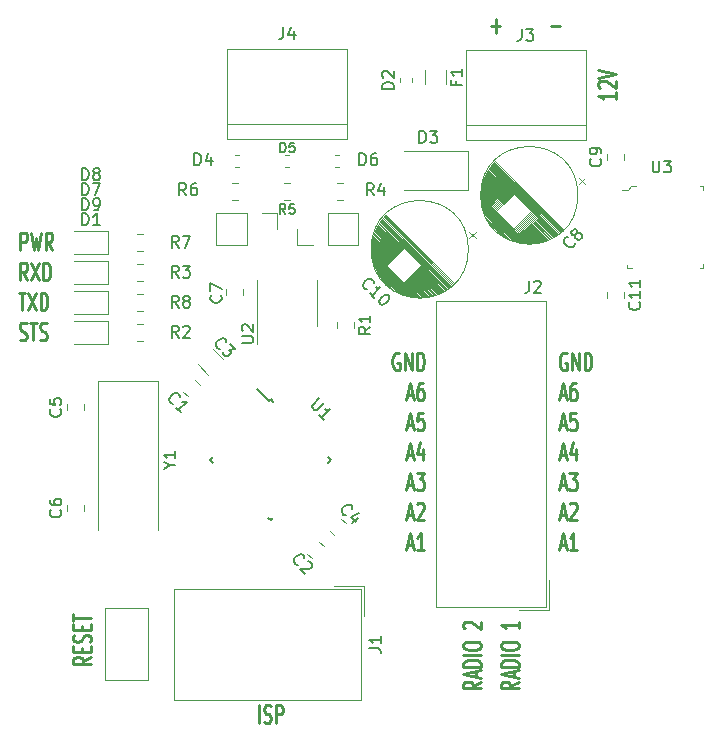
<source format=gbr>
G04 #@! TF.GenerationSoftware,KiCad,Pcbnew,5.1.5-52549c5~86~ubuntu18.04.1*
G04 #@! TF.CreationDate,2020-05-19T19:30:44+02:00*
G04 #@! TF.ProjectId,antenna_switch_comms,616e7465-6e6e-4615-9f73-77697463685f,rev?*
G04 #@! TF.SameCoordinates,Original*
G04 #@! TF.FileFunction,Legend,Top*
G04 #@! TF.FilePolarity,Positive*
%FSLAX46Y46*%
G04 Gerber Fmt 4.6, Leading zero omitted, Abs format (unit mm)*
G04 Created by KiCad (PCBNEW 5.1.5-52549c5~86~ubuntu18.04.1) date 2020-05-19 19:30:44*
%MOMM*%
%LPD*%
G04 APERTURE LIST*
%ADD10C,0.250000*%
%ADD11C,0.120000*%
%ADD12C,0.150000*%
%ADD13C,0.100000*%
G04 APERTURE END LIST*
D10*
X152316571Y-126222047D02*
X152316571Y-126793476D01*
X152316571Y-126507761D02*
X150816571Y-126507761D01*
X151030857Y-126603000D01*
X151173714Y-126698238D01*
X151245142Y-126793476D01*
X150959428Y-125841095D02*
X150888000Y-125793476D01*
X150816571Y-125698238D01*
X150816571Y-125460142D01*
X150888000Y-125364904D01*
X150959428Y-125317285D01*
X151102285Y-125269666D01*
X151245142Y-125269666D01*
X151459428Y-125317285D01*
X152316571Y-125888714D01*
X152316571Y-125269666D01*
X150816571Y-124983952D02*
X152316571Y-124650619D01*
X150816571Y-124317285D01*
X146812047Y-120630142D02*
X147573952Y-120630142D01*
X141732047Y-120630142D02*
X142493952Y-120630142D01*
X142113000Y-121201571D02*
X142113000Y-120058714D01*
X122086809Y-179621571D02*
X122086809Y-178121571D01*
X122515380Y-179550142D02*
X122658238Y-179621571D01*
X122896333Y-179621571D01*
X122991571Y-179550142D01*
X123039190Y-179478714D01*
X123086809Y-179335857D01*
X123086809Y-179193000D01*
X123039190Y-179050142D01*
X122991571Y-178978714D01*
X122896333Y-178907285D01*
X122705857Y-178835857D01*
X122610619Y-178764428D01*
X122563000Y-178693000D01*
X122515380Y-178550142D01*
X122515380Y-178407285D01*
X122563000Y-178264428D01*
X122610619Y-178193000D01*
X122705857Y-178121571D01*
X122943952Y-178121571D01*
X123086809Y-178193000D01*
X123515380Y-179621571D02*
X123515380Y-178121571D01*
X123896333Y-178121571D01*
X123991571Y-178193000D01*
X124039190Y-178264428D01*
X124086809Y-178407285D01*
X124086809Y-178621571D01*
X124039190Y-178764428D01*
X123991571Y-178835857D01*
X123896333Y-178907285D01*
X123515380Y-178907285D01*
X107866571Y-174045380D02*
X107152285Y-174378714D01*
X107866571Y-174616809D02*
X106366571Y-174616809D01*
X106366571Y-174235857D01*
X106438000Y-174140619D01*
X106509428Y-174093000D01*
X106652285Y-174045380D01*
X106866571Y-174045380D01*
X107009428Y-174093000D01*
X107080857Y-174140619D01*
X107152285Y-174235857D01*
X107152285Y-174616809D01*
X107080857Y-173616809D02*
X107080857Y-173283476D01*
X107866571Y-173140619D02*
X107866571Y-173616809D01*
X106366571Y-173616809D01*
X106366571Y-173140619D01*
X107795142Y-172759666D02*
X107866571Y-172616809D01*
X107866571Y-172378714D01*
X107795142Y-172283476D01*
X107723714Y-172235857D01*
X107580857Y-172188238D01*
X107438000Y-172188238D01*
X107295142Y-172235857D01*
X107223714Y-172283476D01*
X107152285Y-172378714D01*
X107080857Y-172569190D01*
X107009428Y-172664428D01*
X106938000Y-172712047D01*
X106795142Y-172759666D01*
X106652285Y-172759666D01*
X106509428Y-172712047D01*
X106438000Y-172664428D01*
X106366571Y-172569190D01*
X106366571Y-172331095D01*
X106438000Y-172188238D01*
X107080857Y-171759666D02*
X107080857Y-171426333D01*
X107866571Y-171283476D02*
X107866571Y-171759666D01*
X106366571Y-171759666D01*
X106366571Y-171283476D01*
X106366571Y-170997761D02*
X106366571Y-170426333D01*
X107866571Y-170712047D02*
X106366571Y-170712047D01*
X144061571Y-176136214D02*
X143347285Y-176469547D01*
X144061571Y-176707642D02*
X142561571Y-176707642D01*
X142561571Y-176326690D01*
X142633000Y-176231452D01*
X142704428Y-176183833D01*
X142847285Y-176136214D01*
X143061571Y-176136214D01*
X143204428Y-176183833D01*
X143275857Y-176231452D01*
X143347285Y-176326690D01*
X143347285Y-176707642D01*
X143633000Y-175755261D02*
X143633000Y-175279071D01*
X144061571Y-175850500D02*
X142561571Y-175517166D01*
X144061571Y-175183833D01*
X144061571Y-174850500D02*
X142561571Y-174850500D01*
X142561571Y-174612404D01*
X142633000Y-174469547D01*
X142775857Y-174374309D01*
X142918714Y-174326690D01*
X143204428Y-174279071D01*
X143418714Y-174279071D01*
X143704428Y-174326690D01*
X143847285Y-174374309D01*
X143990142Y-174469547D01*
X144061571Y-174612404D01*
X144061571Y-174850500D01*
X144061571Y-173850500D02*
X142561571Y-173850500D01*
X142561571Y-173183833D02*
X142561571Y-172993357D01*
X142633000Y-172898119D01*
X142775857Y-172802880D01*
X143061571Y-172755261D01*
X143561571Y-172755261D01*
X143847285Y-172802880D01*
X143990142Y-172898119D01*
X144061571Y-172993357D01*
X144061571Y-173183833D01*
X143990142Y-173279071D01*
X143847285Y-173374309D01*
X143561571Y-173421928D01*
X143061571Y-173421928D01*
X142775857Y-173374309D01*
X142633000Y-173279071D01*
X142561571Y-173183833D01*
X144061571Y-171040976D02*
X144061571Y-171612404D01*
X144061571Y-171326690D02*
X142561571Y-171326690D01*
X142775857Y-171421928D01*
X142918714Y-171517166D01*
X142990142Y-171612404D01*
X140886571Y-176136214D02*
X140172285Y-176469547D01*
X140886571Y-176707642D02*
X139386571Y-176707642D01*
X139386571Y-176326690D01*
X139458000Y-176231452D01*
X139529428Y-176183833D01*
X139672285Y-176136214D01*
X139886571Y-176136214D01*
X140029428Y-176183833D01*
X140100857Y-176231452D01*
X140172285Y-176326690D01*
X140172285Y-176707642D01*
X140458000Y-175755261D02*
X140458000Y-175279071D01*
X140886571Y-175850500D02*
X139386571Y-175517166D01*
X140886571Y-175183833D01*
X140886571Y-174850500D02*
X139386571Y-174850500D01*
X139386571Y-174612404D01*
X139458000Y-174469547D01*
X139600857Y-174374309D01*
X139743714Y-174326690D01*
X140029428Y-174279071D01*
X140243714Y-174279071D01*
X140529428Y-174326690D01*
X140672285Y-174374309D01*
X140815142Y-174469547D01*
X140886571Y-174612404D01*
X140886571Y-174850500D01*
X140886571Y-173850500D02*
X139386571Y-173850500D01*
X139386571Y-173183833D02*
X139386571Y-172993357D01*
X139458000Y-172898119D01*
X139600857Y-172802880D01*
X139886571Y-172755261D01*
X140386571Y-172755261D01*
X140672285Y-172802880D01*
X140815142Y-172898119D01*
X140886571Y-172993357D01*
X140886571Y-173183833D01*
X140815142Y-173279071D01*
X140672285Y-173374309D01*
X140386571Y-173421928D01*
X139886571Y-173421928D01*
X139600857Y-173374309D01*
X139458000Y-173279071D01*
X139386571Y-173183833D01*
X139529428Y-171612404D02*
X139458000Y-171564785D01*
X139386571Y-171469547D01*
X139386571Y-171231452D01*
X139458000Y-171136214D01*
X139529428Y-171088595D01*
X139672285Y-171040976D01*
X139815142Y-171040976D01*
X140029428Y-171088595D01*
X140886571Y-171660023D01*
X140886571Y-171040976D01*
X147545976Y-162048000D02*
X148022166Y-162048000D01*
X147450738Y-162476571D02*
X147784071Y-160976571D01*
X148117404Y-162476571D01*
X148403119Y-161119428D02*
X148450738Y-161048000D01*
X148545976Y-160976571D01*
X148784071Y-160976571D01*
X148879309Y-161048000D01*
X148926928Y-161119428D01*
X148974547Y-161262285D01*
X148974547Y-161405142D01*
X148926928Y-161619428D01*
X148355500Y-162476571D01*
X148974547Y-162476571D01*
X148117404Y-148348000D02*
X148022166Y-148276571D01*
X147879309Y-148276571D01*
X147736452Y-148348000D01*
X147641214Y-148490857D01*
X147593595Y-148633714D01*
X147545976Y-148919428D01*
X147545976Y-149133714D01*
X147593595Y-149419428D01*
X147641214Y-149562285D01*
X147736452Y-149705142D01*
X147879309Y-149776571D01*
X147974547Y-149776571D01*
X148117404Y-149705142D01*
X148165023Y-149633714D01*
X148165023Y-149133714D01*
X147974547Y-149133714D01*
X148593595Y-149776571D02*
X148593595Y-148276571D01*
X149165023Y-149776571D01*
X149165023Y-148276571D01*
X149641214Y-149776571D02*
X149641214Y-148276571D01*
X149879309Y-148276571D01*
X150022166Y-148348000D01*
X150117404Y-148490857D01*
X150165023Y-148633714D01*
X150212642Y-148919428D01*
X150212642Y-149133714D01*
X150165023Y-149419428D01*
X150117404Y-149562285D01*
X150022166Y-149705142D01*
X149879309Y-149776571D01*
X149641214Y-149776571D01*
X147545976Y-164588000D02*
X148022166Y-164588000D01*
X147450738Y-165016571D02*
X147784071Y-163516571D01*
X148117404Y-165016571D01*
X148974547Y-165016571D02*
X148403119Y-165016571D01*
X148688833Y-165016571D02*
X148688833Y-163516571D01*
X148593595Y-163730857D01*
X148498357Y-163873714D01*
X148403119Y-163945142D01*
X147545976Y-159508000D02*
X148022166Y-159508000D01*
X147450738Y-159936571D02*
X147784071Y-158436571D01*
X148117404Y-159936571D01*
X148355500Y-158436571D02*
X148974547Y-158436571D01*
X148641214Y-159008000D01*
X148784071Y-159008000D01*
X148879309Y-159079428D01*
X148926928Y-159150857D01*
X148974547Y-159293714D01*
X148974547Y-159650857D01*
X148926928Y-159793714D01*
X148879309Y-159865142D01*
X148784071Y-159936571D01*
X148498357Y-159936571D01*
X148403119Y-159865142D01*
X148355500Y-159793714D01*
X147545976Y-156968000D02*
X148022166Y-156968000D01*
X147450738Y-157396571D02*
X147784071Y-155896571D01*
X148117404Y-157396571D01*
X148879309Y-156396571D02*
X148879309Y-157396571D01*
X148641214Y-155825142D02*
X148403119Y-156896571D01*
X149022166Y-156896571D01*
X147545976Y-151888000D02*
X148022166Y-151888000D01*
X147450738Y-152316571D02*
X147784071Y-150816571D01*
X148117404Y-152316571D01*
X148879309Y-150816571D02*
X148688833Y-150816571D01*
X148593595Y-150888000D01*
X148545976Y-150959428D01*
X148450738Y-151173714D01*
X148403119Y-151459428D01*
X148403119Y-152030857D01*
X148450738Y-152173714D01*
X148498357Y-152245142D01*
X148593595Y-152316571D01*
X148784071Y-152316571D01*
X148879309Y-152245142D01*
X148926928Y-152173714D01*
X148974547Y-152030857D01*
X148974547Y-151673714D01*
X148926928Y-151530857D01*
X148879309Y-151459428D01*
X148784071Y-151388000D01*
X148593595Y-151388000D01*
X148498357Y-151459428D01*
X148450738Y-151530857D01*
X148403119Y-151673714D01*
X147545976Y-154428000D02*
X148022166Y-154428000D01*
X147450738Y-154856571D02*
X147784071Y-153356571D01*
X148117404Y-154856571D01*
X148926928Y-153356571D02*
X148450738Y-153356571D01*
X148403119Y-154070857D01*
X148450738Y-153999428D01*
X148545976Y-153928000D01*
X148784071Y-153928000D01*
X148879309Y-153999428D01*
X148926928Y-154070857D01*
X148974547Y-154213714D01*
X148974547Y-154570857D01*
X148926928Y-154713714D01*
X148879309Y-154785142D01*
X148784071Y-154856571D01*
X148545976Y-154856571D01*
X148450738Y-154785142D01*
X148403119Y-154713714D01*
X133949785Y-148348000D02*
X133854547Y-148276571D01*
X133711690Y-148276571D01*
X133568833Y-148348000D01*
X133473595Y-148490857D01*
X133425976Y-148633714D01*
X133378357Y-148919428D01*
X133378357Y-149133714D01*
X133425976Y-149419428D01*
X133473595Y-149562285D01*
X133568833Y-149705142D01*
X133711690Y-149776571D01*
X133806928Y-149776571D01*
X133949785Y-149705142D01*
X133997404Y-149633714D01*
X133997404Y-149133714D01*
X133806928Y-149133714D01*
X134425976Y-149776571D02*
X134425976Y-148276571D01*
X134997404Y-149776571D01*
X134997404Y-148276571D01*
X135473595Y-149776571D02*
X135473595Y-148276571D01*
X135711690Y-148276571D01*
X135854547Y-148348000D01*
X135949785Y-148490857D01*
X135997404Y-148633714D01*
X136045023Y-148919428D01*
X136045023Y-149133714D01*
X135997404Y-149419428D01*
X135949785Y-149562285D01*
X135854547Y-149705142D01*
X135711690Y-149776571D01*
X135473595Y-149776571D01*
X134616452Y-151888000D02*
X135092642Y-151888000D01*
X134521214Y-152316571D02*
X134854547Y-150816571D01*
X135187880Y-152316571D01*
X135949785Y-150816571D02*
X135759309Y-150816571D01*
X135664071Y-150888000D01*
X135616452Y-150959428D01*
X135521214Y-151173714D01*
X135473595Y-151459428D01*
X135473595Y-152030857D01*
X135521214Y-152173714D01*
X135568833Y-152245142D01*
X135664071Y-152316571D01*
X135854547Y-152316571D01*
X135949785Y-152245142D01*
X135997404Y-152173714D01*
X136045023Y-152030857D01*
X136045023Y-151673714D01*
X135997404Y-151530857D01*
X135949785Y-151459428D01*
X135854547Y-151388000D01*
X135664071Y-151388000D01*
X135568833Y-151459428D01*
X135521214Y-151530857D01*
X135473595Y-151673714D01*
X134616452Y-154428000D02*
X135092642Y-154428000D01*
X134521214Y-154856571D02*
X134854547Y-153356571D01*
X135187880Y-154856571D01*
X135997404Y-153356571D02*
X135521214Y-153356571D01*
X135473595Y-154070857D01*
X135521214Y-153999428D01*
X135616452Y-153928000D01*
X135854547Y-153928000D01*
X135949785Y-153999428D01*
X135997404Y-154070857D01*
X136045023Y-154213714D01*
X136045023Y-154570857D01*
X135997404Y-154713714D01*
X135949785Y-154785142D01*
X135854547Y-154856571D01*
X135616452Y-154856571D01*
X135521214Y-154785142D01*
X135473595Y-154713714D01*
X134616452Y-156968000D02*
X135092642Y-156968000D01*
X134521214Y-157396571D02*
X134854547Y-155896571D01*
X135187880Y-157396571D01*
X135949785Y-156396571D02*
X135949785Y-157396571D01*
X135711690Y-155825142D02*
X135473595Y-156896571D01*
X136092642Y-156896571D01*
X134616452Y-159508000D02*
X135092642Y-159508000D01*
X134521214Y-159936571D02*
X134854547Y-158436571D01*
X135187880Y-159936571D01*
X135425976Y-158436571D02*
X136045023Y-158436571D01*
X135711690Y-159008000D01*
X135854547Y-159008000D01*
X135949785Y-159079428D01*
X135997404Y-159150857D01*
X136045023Y-159293714D01*
X136045023Y-159650857D01*
X135997404Y-159793714D01*
X135949785Y-159865142D01*
X135854547Y-159936571D01*
X135568833Y-159936571D01*
X135473595Y-159865142D01*
X135425976Y-159793714D01*
X134616452Y-162048000D02*
X135092642Y-162048000D01*
X134521214Y-162476571D02*
X134854547Y-160976571D01*
X135187880Y-162476571D01*
X135473595Y-161119428D02*
X135521214Y-161048000D01*
X135616452Y-160976571D01*
X135854547Y-160976571D01*
X135949785Y-161048000D01*
X135997404Y-161119428D01*
X136045023Y-161262285D01*
X136045023Y-161405142D01*
X135997404Y-161619428D01*
X135425976Y-162476571D01*
X136045023Y-162476571D01*
X134616452Y-164588000D02*
X135092642Y-164588000D01*
X134521214Y-165016571D02*
X134854547Y-163516571D01*
X135187880Y-165016571D01*
X136045023Y-165016571D02*
X135473595Y-165016571D01*
X135759309Y-165016571D02*
X135759309Y-163516571D01*
X135664071Y-163730857D01*
X135568833Y-163873714D01*
X135473595Y-163945142D01*
X101825976Y-147165142D02*
X101968833Y-147236571D01*
X102206928Y-147236571D01*
X102302166Y-147165142D01*
X102349785Y-147093714D01*
X102397404Y-146950857D01*
X102397404Y-146808000D01*
X102349785Y-146665142D01*
X102302166Y-146593714D01*
X102206928Y-146522285D01*
X102016452Y-146450857D01*
X101921214Y-146379428D01*
X101873595Y-146308000D01*
X101825976Y-146165142D01*
X101825976Y-146022285D01*
X101873595Y-145879428D01*
X101921214Y-145808000D01*
X102016452Y-145736571D01*
X102254547Y-145736571D01*
X102397404Y-145808000D01*
X102683119Y-145736571D02*
X103254547Y-145736571D01*
X102968833Y-147236571D02*
X102968833Y-145736571D01*
X103540261Y-147165142D02*
X103683119Y-147236571D01*
X103921214Y-147236571D01*
X104016452Y-147165142D01*
X104064071Y-147093714D01*
X104111690Y-146950857D01*
X104111690Y-146808000D01*
X104064071Y-146665142D01*
X104016452Y-146593714D01*
X103921214Y-146522285D01*
X103730738Y-146450857D01*
X103635500Y-146379428D01*
X103587880Y-146308000D01*
X103540261Y-146165142D01*
X103540261Y-146022285D01*
X103587880Y-145879428D01*
X103635500Y-145808000D01*
X103730738Y-145736571D01*
X103968833Y-145736571D01*
X104111690Y-145808000D01*
X101730738Y-143196571D02*
X102302166Y-143196571D01*
X102016452Y-144696571D02*
X102016452Y-143196571D01*
X102540261Y-143196571D02*
X103206928Y-144696571D01*
X103206928Y-143196571D02*
X102540261Y-144696571D01*
X103587880Y-144696571D02*
X103587880Y-143196571D01*
X103825976Y-143196571D01*
X103968833Y-143268000D01*
X104064071Y-143410857D01*
X104111690Y-143553714D01*
X104159309Y-143839428D01*
X104159309Y-144053714D01*
X104111690Y-144339428D01*
X104064071Y-144482285D01*
X103968833Y-144625142D01*
X103825976Y-144696571D01*
X103587880Y-144696571D01*
X102445023Y-142156571D02*
X102111690Y-141442285D01*
X101873595Y-142156571D02*
X101873595Y-140656571D01*
X102254547Y-140656571D01*
X102349785Y-140728000D01*
X102397404Y-140799428D01*
X102445023Y-140942285D01*
X102445023Y-141156571D01*
X102397404Y-141299428D01*
X102349785Y-141370857D01*
X102254547Y-141442285D01*
X101873595Y-141442285D01*
X102778357Y-140656571D02*
X103445023Y-142156571D01*
X103445023Y-140656571D02*
X102778357Y-142156571D01*
X103825976Y-142156571D02*
X103825976Y-140656571D01*
X104064071Y-140656571D01*
X104206928Y-140728000D01*
X104302166Y-140870857D01*
X104349785Y-141013714D01*
X104397404Y-141299428D01*
X104397404Y-141513714D01*
X104349785Y-141799428D01*
X104302166Y-141942285D01*
X104206928Y-142085142D01*
X104064071Y-142156571D01*
X103825976Y-142156571D01*
X101873595Y-139616571D02*
X101873595Y-138116571D01*
X102254547Y-138116571D01*
X102349785Y-138188000D01*
X102397404Y-138259428D01*
X102445023Y-138402285D01*
X102445023Y-138616571D01*
X102397404Y-138759428D01*
X102349785Y-138830857D01*
X102254547Y-138902285D01*
X101873595Y-138902285D01*
X102778357Y-138116571D02*
X103016452Y-139616571D01*
X103206928Y-138545142D01*
X103397404Y-139616571D01*
X103635500Y-138116571D01*
X104587880Y-139616571D02*
X104254547Y-138902285D01*
X104016452Y-139616571D02*
X104016452Y-138116571D01*
X104397404Y-138116571D01*
X104492642Y-138188000D01*
X104540261Y-138259428D01*
X104587880Y-138402285D01*
X104587880Y-138616571D01*
X104540261Y-138759428D01*
X104492642Y-138830857D01*
X104397404Y-138902285D01*
X104016452Y-138902285D01*
D11*
X117729435Y-150131370D02*
X116877988Y-149279923D01*
X119016370Y-148844435D02*
X118164923Y-147992988D01*
X108448000Y-150653000D02*
X108448000Y-163253000D01*
X113548000Y-150653000D02*
X108448000Y-150653000D01*
X113548000Y-163253000D02*
X113548000Y-150653000D01*
X117055995Y-150976903D02*
X116686529Y-150607437D01*
X116051903Y-151980995D02*
X115682437Y-151611529D01*
X127190313Y-164286221D02*
X127559779Y-164655687D01*
X126186221Y-165290313D02*
X126555687Y-165659779D01*
X128423471Y-163717563D02*
X128054005Y-163348097D01*
X129427563Y-162713471D02*
X129058097Y-162344005D01*
X105843000Y-153169252D02*
X105843000Y-152646748D01*
X107263000Y-153169252D02*
X107263000Y-152646748D01*
X107263000Y-161146748D02*
X107263000Y-161669252D01*
X105843000Y-161146748D02*
X105843000Y-161669252D01*
X119305000Y-142858748D02*
X119305000Y-143381252D01*
X120725000Y-142858748D02*
X120725000Y-143381252D01*
X149715577Y-134032013D02*
X149149891Y-133466328D01*
X149715577Y-133466328D02*
X149149891Y-134032013D01*
X142451682Y-138210094D02*
X141697906Y-137456318D01*
X142646137Y-138347979D02*
X141560021Y-137261863D01*
X142801700Y-138446974D02*
X141461026Y-137106300D01*
X142936050Y-138524756D02*
X141383244Y-136971950D01*
X143056966Y-138589103D02*
X141318897Y-136851034D01*
X143167981Y-138643550D02*
X141264450Y-136740019D01*
X143271926Y-138690926D02*
X141217074Y-136636074D01*
X143370214Y-138732645D02*
X141175355Y-136537786D01*
X143464259Y-138770122D02*
X141137878Y-136443741D01*
X143553355Y-138802649D02*
X141105351Y-136354645D01*
X143639622Y-138832348D02*
X141075652Y-136268378D01*
X143722353Y-138858510D02*
X141049490Y-136185647D01*
X143802963Y-138882552D02*
X141025448Y-136105037D01*
X143880745Y-138903765D02*
X141004235Y-136027255D01*
X143957113Y-138923564D02*
X140984436Y-135950887D01*
X144030652Y-138940535D02*
X140967465Y-135877348D01*
X144102777Y-138956091D02*
X140951909Y-135805223D01*
X144172780Y-138969526D02*
X140938474Y-135735220D01*
X144242077Y-138982254D02*
X140925746Y-135665923D01*
X144309252Y-138992861D02*
X140915139Y-135598748D01*
X144375720Y-139002760D02*
X140905240Y-135532280D01*
X144440067Y-139010538D02*
X140897462Y-135467933D01*
X144504413Y-139018317D02*
X140889683Y-135403587D01*
X144566639Y-139023973D02*
X140884027Y-135341361D01*
X144628157Y-139028923D02*
X140879077Y-135279843D01*
X144688968Y-139033166D02*
X140874834Y-135219032D01*
X144748365Y-139035994D02*
X140872006Y-135159635D01*
X144807055Y-139038116D02*
X140869884Y-135100945D01*
X144865038Y-139039530D02*
X140868470Y-135042962D01*
X142159647Y-136277571D02*
X140867763Y-134985687D01*
X144922313Y-139040237D02*
X143630429Y-137748353D01*
X142187931Y-136249286D02*
X140867763Y-134929118D01*
X144978882Y-139040237D02*
X143658714Y-137720069D01*
X142216216Y-136221002D02*
X140869177Y-134873964D01*
X145034036Y-139038823D02*
X143686998Y-137691784D01*
X142244500Y-136192718D02*
X140870591Y-134818809D01*
X145089191Y-139037409D02*
X143715282Y-137663500D01*
X142272784Y-136164434D02*
X140873420Y-134765069D01*
X145142931Y-139034580D02*
X143743566Y-137635216D01*
X142301069Y-136136149D02*
X140876248Y-134711329D01*
X145196671Y-139031752D02*
X143771851Y-137606931D01*
X142329353Y-136107865D02*
X140879784Y-134658296D01*
X145249704Y-139028216D02*
X143800135Y-137578647D01*
X142357637Y-136079581D02*
X140884027Y-134605970D01*
X145302030Y-139023973D02*
X143828419Y-137550363D01*
X142385921Y-136051297D02*
X140889683Y-134555059D01*
X145352941Y-139018317D02*
X143856703Y-137522079D01*
X142414206Y-136023012D02*
X140894633Y-134503440D01*
X145404560Y-139013367D02*
X143884988Y-137493794D01*
X142442490Y-135994728D02*
X140900997Y-134453235D01*
X145454765Y-139007003D02*
X143913272Y-137465510D01*
X142470774Y-135966444D02*
X140908068Y-134403738D01*
X145504262Y-138999932D02*
X143941556Y-137437226D01*
X142499058Y-135938159D02*
X140915139Y-134354240D01*
X145553760Y-138992861D02*
X143969841Y-137408942D01*
X142527343Y-135909875D02*
X140922917Y-134305450D01*
X145602550Y-138985083D02*
X143998125Y-137380657D01*
X142555627Y-135881591D02*
X140930696Y-134256660D01*
X145651340Y-138977304D02*
X144026409Y-137352373D01*
X142583911Y-135853307D02*
X140939888Y-134209283D01*
X145698717Y-138968112D02*
X144054693Y-137324089D01*
X142612195Y-135825022D02*
X140949080Y-134161907D01*
X145746093Y-138958920D02*
X144082978Y-137295805D01*
X142640480Y-135796738D02*
X140958980Y-134115238D01*
X145792762Y-138949020D02*
X144111262Y-137267520D01*
X142668764Y-135768454D02*
X140968879Y-134068569D01*
X145839431Y-138939121D02*
X144139546Y-137239236D01*
X142697048Y-135740170D02*
X140979486Y-134022607D01*
X145885393Y-138928514D02*
X144167830Y-137210952D01*
X142725333Y-135711885D02*
X140990800Y-133977352D01*
X145930648Y-138917200D02*
X144196115Y-137182667D01*
X142753617Y-135683601D02*
X141002113Y-133932098D01*
X145975902Y-138905887D02*
X144224399Y-137154383D01*
X142781901Y-135655317D02*
X141014134Y-133887550D01*
X146020450Y-138893866D02*
X144252683Y-137126099D01*
X142810185Y-135627033D02*
X141026862Y-133843709D01*
X146064291Y-138881138D02*
X144280967Y-137097815D01*
X142838470Y-135598748D02*
X141039590Y-133799869D01*
X146108131Y-138868410D02*
X144309252Y-137069530D01*
X142866754Y-135570464D02*
X141052318Y-133756028D01*
X146151972Y-138855682D02*
X144337536Y-137041246D01*
X142895038Y-135542180D02*
X141065753Y-133712894D01*
X146195106Y-138842247D02*
X144365820Y-137012962D01*
X142923322Y-135513895D02*
X141079895Y-133670468D01*
X146237532Y-138828105D02*
X144394105Y-136984678D01*
X142951607Y-135485611D02*
X141094744Y-133628749D01*
X146279251Y-138813256D02*
X144422389Y-136956393D01*
X142979891Y-135457327D02*
X141108886Y-133586322D01*
X146321678Y-138799114D02*
X144450673Y-136928109D01*
X143008175Y-135429043D02*
X141124443Y-133545310D01*
X146362690Y-138783557D02*
X144478957Y-136899825D01*
X143036460Y-135400758D02*
X141139999Y-133504298D01*
X146403702Y-138768001D02*
X144507242Y-136871540D01*
X143064744Y-135372474D02*
X141155556Y-133463286D01*
X146444714Y-138752444D02*
X144535526Y-136843256D01*
X143093028Y-135344190D02*
X141171819Y-133422981D01*
X146485019Y-138736181D02*
X144563810Y-136814972D01*
X143121312Y-135315906D02*
X141188082Y-133382676D01*
X146525324Y-138719918D02*
X144592094Y-136786688D01*
X143149597Y-135287621D02*
X141205053Y-133343078D01*
X146564922Y-138702947D02*
X144620379Y-136758403D01*
X143177881Y-135259337D02*
X141222731Y-133304187D01*
X146603813Y-138685269D02*
X144648663Y-136730119D01*
X143206165Y-135231053D02*
X141239701Y-133264589D01*
X146643411Y-138668299D02*
X144676947Y-136701835D01*
X143234449Y-135202768D02*
X141258086Y-133226405D01*
X146681595Y-138649914D02*
X144705232Y-136673551D01*
X143262734Y-135174484D02*
X141275764Y-133187514D01*
X146720486Y-138632236D02*
X144733516Y-136645266D01*
X143291018Y-135146200D02*
X141294856Y-133150037D01*
X146757963Y-138613144D02*
X144761800Y-136616982D01*
X143319302Y-135117916D02*
X141313240Y-133111854D01*
X146796146Y-138594760D02*
X144790084Y-136588698D01*
X143347587Y-135089631D02*
X141333039Y-133075084D01*
X146832916Y-138574961D02*
X144818369Y-136560413D01*
X143375871Y-135061347D02*
X141352131Y-133037607D01*
X146870393Y-138555869D02*
X144846653Y-136532129D01*
X143404155Y-135033063D02*
X141371930Y-133000838D01*
X146907162Y-138536070D02*
X144874937Y-136503845D01*
X143432439Y-135004779D02*
X141392436Y-132964775D01*
X146943225Y-138515564D02*
X144903221Y-136475561D01*
X143460724Y-134976494D02*
X141412942Y-132928713D01*
X146979287Y-138495058D02*
X144931506Y-136447276D01*
X143489008Y-134948210D02*
X141433448Y-132892651D01*
X147015349Y-138474552D02*
X144959790Y-136418992D01*
X143517292Y-134919926D02*
X141454662Y-132857295D01*
X147050705Y-138453338D02*
X144988074Y-136390708D01*
X143545576Y-134891641D02*
X141475875Y-132821940D01*
X147086060Y-138432125D02*
X145016359Y-136362424D01*
X143573861Y-134863357D02*
X141497795Y-132787292D01*
X147120708Y-138410205D02*
X145044643Y-136334139D01*
X143602145Y-134835073D02*
X141519716Y-132752643D01*
X147155357Y-138388284D02*
X145072927Y-136305855D01*
X147190005Y-138366364D02*
X141541636Y-132717995D01*
X147223946Y-138343737D02*
X141564263Y-132684054D01*
X147257887Y-138321109D02*
X141586891Y-132650113D01*
X147291121Y-138297775D02*
X141610225Y-132616879D01*
X147325062Y-138273733D02*
X141634267Y-132582938D01*
X147357589Y-138249692D02*
X141658308Y-132550411D01*
X147390823Y-138226357D02*
X141681643Y-132517177D01*
X147422643Y-138201608D02*
X141706392Y-132485357D01*
X147455170Y-138177567D02*
X141730433Y-132452830D01*
X147486283Y-138152111D02*
X141755889Y-132421717D01*
X147518102Y-138127362D02*
X141780638Y-132389898D01*
X147549215Y-138101906D02*
X141806094Y-132358785D01*
X147580328Y-138076450D02*
X141831550Y-132327672D01*
X147610733Y-138050287D02*
X141857713Y-132297267D01*
X147641139Y-138024124D02*
X141883876Y-132266861D01*
X147671545Y-137997962D02*
X141910038Y-132236455D01*
X147701243Y-137971091D02*
X141936909Y-132206757D01*
X147730234Y-137943514D02*
X141964486Y-132177766D01*
X147759933Y-137916644D02*
X141991356Y-132148067D01*
X147788924Y-137889067D02*
X142018933Y-132119076D01*
X147817209Y-137860783D02*
X142047217Y-132090791D01*
X147845493Y-137832499D02*
X142075501Y-132062507D01*
X149080497Y-134947503D02*
G75*
G03X149080497Y-134947503I-4120000J0D01*
G01*
X152983000Y-131969252D02*
X152983000Y-131446748D01*
X151563000Y-131969252D02*
X151563000Y-131446748D01*
X139809497Y-139519503D02*
G75*
G03X139809497Y-139519503I-4120000J0D01*
G01*
X138574493Y-142404499D02*
X132804501Y-136634507D01*
X138546209Y-142432783D02*
X132776217Y-136662791D01*
X138517924Y-142461067D02*
X132747933Y-136691076D01*
X138488933Y-142488644D02*
X132720356Y-136720067D01*
X138459234Y-142515514D02*
X132693486Y-136749766D01*
X138430243Y-142543091D02*
X132665909Y-136778757D01*
X138400545Y-142569962D02*
X132639038Y-136808455D01*
X138370139Y-142596124D02*
X132612876Y-136838861D01*
X138339733Y-142622287D02*
X132586713Y-136869267D01*
X138309328Y-142648450D02*
X132560550Y-136899672D01*
X138278215Y-142673906D02*
X132535094Y-136930785D01*
X138247102Y-142699362D02*
X132509638Y-136961898D01*
X138215283Y-142724111D02*
X132484889Y-136993717D01*
X138184170Y-142749567D02*
X132459433Y-137024830D01*
X138151643Y-142773608D02*
X132435392Y-137057357D01*
X138119823Y-142798357D02*
X132410643Y-137089177D01*
X138086589Y-142821692D02*
X132387308Y-137122411D01*
X138054062Y-142845733D02*
X132363267Y-137154938D01*
X138020121Y-142869775D02*
X132339225Y-137188879D01*
X137986887Y-142893109D02*
X132315891Y-137222113D01*
X137952946Y-142915737D02*
X132293263Y-137256054D01*
X137919005Y-142938364D02*
X132270636Y-137289995D01*
X137884357Y-142960284D02*
X135801927Y-140877855D01*
X134331145Y-139407073D02*
X132248716Y-137324643D01*
X137849708Y-142982205D02*
X135773643Y-140906139D01*
X134302861Y-139435357D02*
X132226795Y-137359292D01*
X137815060Y-143004125D02*
X135745359Y-140934424D01*
X134274576Y-139463641D02*
X132204875Y-137393940D01*
X137779705Y-143025338D02*
X135717074Y-140962708D01*
X134246292Y-139491926D02*
X132183662Y-137429295D01*
X137744349Y-143046552D02*
X135688790Y-140990992D01*
X134218008Y-139520210D02*
X132162448Y-137464651D01*
X137708287Y-143067058D02*
X135660506Y-141019276D01*
X134189724Y-139548494D02*
X132141942Y-137500713D01*
X137672225Y-143087564D02*
X135632221Y-141047561D01*
X134161439Y-139576779D02*
X132121436Y-137536775D01*
X137636162Y-143108070D02*
X135603937Y-141075845D01*
X134133155Y-139605063D02*
X132100930Y-137572838D01*
X137599393Y-143127869D02*
X135575653Y-141104129D01*
X134104871Y-139633347D02*
X132081131Y-137609607D01*
X137561916Y-143146961D02*
X135547369Y-141132413D01*
X134076587Y-139661631D02*
X132062039Y-137647084D01*
X137525146Y-143166760D02*
X135519084Y-141160698D01*
X134048302Y-139689916D02*
X132042240Y-137683854D01*
X137486963Y-143185144D02*
X135490800Y-141188982D01*
X134020018Y-139718200D02*
X132023856Y-137722037D01*
X137449486Y-143204236D02*
X135462516Y-141217266D01*
X133991734Y-139746484D02*
X132004764Y-137759514D01*
X137410595Y-143221914D02*
X135434232Y-141245551D01*
X133963449Y-139774768D02*
X131987086Y-137798405D01*
X137372411Y-143240299D02*
X135405947Y-141273835D01*
X133935165Y-139803053D02*
X131968701Y-137836589D01*
X137332813Y-143257269D02*
X135377663Y-141302119D01*
X133906881Y-139831337D02*
X131951731Y-137876187D01*
X137293922Y-143274947D02*
X135349379Y-141330403D01*
X133878597Y-139859621D02*
X131934053Y-137915078D01*
X137254324Y-143291918D02*
X135321094Y-141358688D01*
X133850312Y-139887906D02*
X131917082Y-137954676D01*
X137214019Y-143308181D02*
X135292810Y-141386972D01*
X133822028Y-139916190D02*
X131900819Y-137994981D01*
X137173714Y-143324444D02*
X135264526Y-141415256D01*
X133793744Y-139944474D02*
X131884556Y-138035286D01*
X137132702Y-143340001D02*
X135236242Y-141443540D01*
X133765460Y-139972758D02*
X131868999Y-138076298D01*
X137091690Y-143355557D02*
X135207957Y-141471825D01*
X133737175Y-140001043D02*
X131853443Y-138117310D01*
X137050678Y-143371114D02*
X135179673Y-141500109D01*
X133708891Y-140029327D02*
X131837886Y-138158322D01*
X137008251Y-143385256D02*
X135151389Y-141528393D01*
X133680607Y-140057611D02*
X131823744Y-138200749D01*
X136966532Y-143400105D02*
X135123105Y-141556678D01*
X133652322Y-140085895D02*
X131808895Y-138242468D01*
X136924106Y-143414247D02*
X135094820Y-141584962D01*
X133624038Y-140114180D02*
X131794753Y-138284894D01*
X136880972Y-143427682D02*
X135066536Y-141613246D01*
X133595754Y-140142464D02*
X131781318Y-138328028D01*
X136837131Y-143440410D02*
X135038252Y-141641530D01*
X133567470Y-140170748D02*
X131768590Y-138371869D01*
X136793291Y-143453138D02*
X135009967Y-141669815D01*
X133539185Y-140199033D02*
X131755862Y-138415709D01*
X136749450Y-143465866D02*
X134981683Y-141698099D01*
X133510901Y-140227317D02*
X131743134Y-138459550D01*
X136704902Y-143477887D02*
X134953399Y-141726383D01*
X133482617Y-140255601D02*
X131731113Y-138504098D01*
X136659648Y-143489200D02*
X134925115Y-141754667D01*
X133454333Y-140283885D02*
X131719800Y-138549352D01*
X136614393Y-143500514D02*
X134896830Y-141782952D01*
X133426048Y-140312170D02*
X131708486Y-138594607D01*
X136568431Y-143511121D02*
X134868546Y-141811236D01*
X133397764Y-140340454D02*
X131697879Y-138640569D01*
X136521762Y-143521020D02*
X134840262Y-141839520D01*
X133369480Y-140368738D02*
X131687980Y-138687238D01*
X136475093Y-143530920D02*
X134811978Y-141867805D01*
X133341195Y-140397022D02*
X131678080Y-138733907D01*
X136427717Y-143540112D02*
X134783693Y-141896089D01*
X133312911Y-140425307D02*
X131668888Y-138781283D01*
X136380340Y-143549304D02*
X134755409Y-141924373D01*
X133284627Y-140453591D02*
X131659696Y-138828660D01*
X136331550Y-143557083D02*
X134727125Y-141952657D01*
X133256343Y-140481875D02*
X131651917Y-138877450D01*
X136282760Y-143564861D02*
X134698841Y-141980942D01*
X133228058Y-140510159D02*
X131644139Y-138926240D01*
X136233262Y-143571932D02*
X134670556Y-142009226D01*
X133199774Y-140538444D02*
X131637068Y-138975738D01*
X136183765Y-143579003D02*
X134642272Y-142037510D01*
X133171490Y-140566728D02*
X131629997Y-139025235D01*
X136133560Y-143585367D02*
X134613988Y-142065794D01*
X133143206Y-140595012D02*
X131623633Y-139075440D01*
X136081941Y-143590317D02*
X134585703Y-142094079D01*
X133114921Y-140623297D02*
X131618683Y-139127059D01*
X136031030Y-143595973D02*
X134557419Y-142122363D01*
X133086637Y-140651581D02*
X131613027Y-139177970D01*
X135978704Y-143600216D02*
X134529135Y-142150647D01*
X133058353Y-140679865D02*
X131608784Y-139230296D01*
X135925671Y-143603752D02*
X134500851Y-142178931D01*
X133030069Y-140708149D02*
X131605248Y-139283329D01*
X135871931Y-143606580D02*
X134472566Y-142207216D01*
X133001784Y-140736434D02*
X131602420Y-139337069D01*
X135818191Y-143609409D02*
X134444282Y-142235500D01*
X132973500Y-140764718D02*
X131599591Y-139390809D01*
X135763036Y-143610823D02*
X134415998Y-142263784D01*
X132945216Y-140793002D02*
X131598177Y-139445964D01*
X135707882Y-143612237D02*
X134387714Y-142292069D01*
X132916931Y-140821286D02*
X131596763Y-139501118D01*
X135651313Y-143612237D02*
X134359429Y-142320353D01*
X132888647Y-140849571D02*
X131596763Y-139557687D01*
X135594038Y-143611530D02*
X131597470Y-139614962D01*
X135536055Y-143610116D02*
X131598884Y-139672945D01*
X135477365Y-143607994D02*
X131601006Y-139731635D01*
X135417968Y-143605166D02*
X131603834Y-139791032D01*
X135357157Y-143600923D02*
X131608077Y-139851843D01*
X135295639Y-143595973D02*
X131613027Y-139913361D01*
X135233413Y-143590317D02*
X131618683Y-139975587D01*
X135169067Y-143582538D02*
X131626462Y-140039933D01*
X135104720Y-143574760D02*
X131634240Y-140104280D01*
X135038252Y-143564861D02*
X131644139Y-140170748D01*
X134971077Y-143554254D02*
X131654746Y-140237923D01*
X134901780Y-143541526D02*
X131667474Y-140307220D01*
X134831777Y-143528091D02*
X131680909Y-140377223D01*
X134759652Y-143512535D02*
X131696465Y-140449348D01*
X134686113Y-143495564D02*
X131713436Y-140522887D01*
X134609745Y-143475765D02*
X131733235Y-140599255D01*
X134531963Y-143454552D02*
X131754448Y-140677037D01*
X134451353Y-143430510D02*
X131778490Y-140757647D01*
X134368622Y-143404348D02*
X131804652Y-140840378D01*
X134282355Y-143374649D02*
X131834351Y-140926645D01*
X134193259Y-143342122D02*
X131866878Y-141015741D01*
X134099214Y-143304645D02*
X131904355Y-141109786D01*
X134000926Y-143262926D02*
X131946074Y-141208074D01*
X133896981Y-143215550D02*
X131993450Y-141312019D01*
X133785966Y-143161103D02*
X132047897Y-141423034D01*
X133665050Y-143096756D02*
X132112244Y-141543950D01*
X133530700Y-143018974D02*
X132190026Y-141678300D01*
X133375137Y-142919979D02*
X132289021Y-141833863D01*
X133180682Y-142782094D02*
X132426906Y-142028318D01*
X140444577Y-138038328D02*
X139878891Y-138604013D01*
X140444577Y-138604013D02*
X139878891Y-138038328D01*
X151563000Y-143121748D02*
X151563000Y-143644252D01*
X152983000Y-143121748D02*
X152983000Y-143644252D01*
X106433000Y-147518000D02*
X109293000Y-147518000D01*
X109293000Y-147518000D02*
X109293000Y-145598000D01*
X109293000Y-145598000D02*
X106433000Y-145598000D01*
X133983000Y-125379267D02*
X133983000Y-125036733D01*
X135003000Y-125379267D02*
X135003000Y-125036733D01*
X139798000Y-134492000D02*
X139798000Y-131192000D01*
X139798000Y-131192000D02*
X134398000Y-131192000D01*
X139798000Y-134492000D02*
X134398000Y-134492000D01*
X120083733Y-131570000D02*
X120426267Y-131570000D01*
X120083733Y-132590000D02*
X120426267Y-132590000D01*
X124302733Y-132590000D02*
X124645267Y-132590000D01*
X124302733Y-131570000D02*
X124645267Y-131570000D01*
X128493733Y-132590000D02*
X128836267Y-132590000D01*
X128493733Y-131570000D02*
X128836267Y-131570000D01*
X106433000Y-142438000D02*
X109293000Y-142438000D01*
X109293000Y-142438000D02*
X109293000Y-140518000D01*
X109293000Y-140518000D02*
X106433000Y-140518000D01*
X109311000Y-137978000D02*
X106451000Y-137978000D01*
X109311000Y-139898000D02*
X109311000Y-137978000D01*
X106451000Y-139898000D02*
X109311000Y-139898000D01*
X109293000Y-143058000D02*
X106433000Y-143058000D01*
X109293000Y-144978000D02*
X109293000Y-143058000D01*
X106433000Y-144978000D02*
X109293000Y-144978000D01*
X137943000Y-124365936D02*
X137943000Y-125570064D01*
X136123000Y-124365936D02*
X136123000Y-125570064D01*
X130699000Y-177649000D02*
X114919000Y-177649000D01*
X114919000Y-177649000D02*
X114919000Y-168299000D01*
X114919000Y-168299000D02*
X130699000Y-168299000D01*
X130699000Y-168299000D02*
X130699000Y-177649000D01*
X130949000Y-168049000D02*
X128409000Y-168049000D01*
X130949000Y-168049000D02*
X130949000Y-170589000D01*
X137057000Y-169815000D02*
X137057000Y-143875000D01*
X137057000Y-143875000D02*
X146407000Y-143875000D01*
X146407000Y-143875000D02*
X146407000Y-169815000D01*
X146407000Y-169815000D02*
X137057000Y-169815000D01*
X146657000Y-170065000D02*
X146657000Y-167525000D01*
X146657000Y-170065000D02*
X144117000Y-170065000D01*
X149733000Y-129032000D02*
X139573000Y-129032000D01*
X149733000Y-130302000D02*
X149733000Y-122682000D01*
X149733000Y-122682000D02*
X139573000Y-122682000D01*
X139573000Y-122682000D02*
X139573000Y-130302000D01*
X139573000Y-130302000D02*
X149733000Y-130302000D01*
X119380000Y-130175000D02*
X129540000Y-130175000D01*
X119380000Y-122555000D02*
X119380000Y-130175000D01*
X129540000Y-122555000D02*
X119380000Y-122555000D01*
X129540000Y-130175000D02*
X129540000Y-122555000D01*
X129540000Y-128905000D02*
X119380000Y-128905000D01*
X125289000Y-139125000D02*
X125289000Y-137795000D01*
X126619000Y-139125000D02*
X125289000Y-139125000D01*
X127889000Y-139125000D02*
X127889000Y-136465000D01*
X127889000Y-136465000D02*
X130489000Y-136465000D01*
X127889000Y-139125000D02*
X130489000Y-139125000D01*
X130489000Y-139125000D02*
X130489000Y-136465000D01*
X118431000Y-136465000D02*
X118431000Y-139125000D01*
X121031000Y-136465000D02*
X118431000Y-136465000D01*
X121031000Y-139125000D02*
X118431000Y-139125000D01*
X121031000Y-136465000D02*
X121031000Y-139125000D01*
X122301000Y-136465000D02*
X123631000Y-136465000D01*
X123631000Y-136465000D02*
X123631000Y-137795000D01*
X128703000Y-145661748D02*
X128703000Y-146184252D01*
X130123000Y-145661748D02*
X130123000Y-146184252D01*
X111761748Y-145848000D02*
X112284252Y-145848000D01*
X111761748Y-147268000D02*
X112284252Y-147268000D01*
X111761748Y-142188000D02*
X112284252Y-142188000D01*
X111761748Y-140768000D02*
X112284252Y-140768000D01*
X129175252Y-133910000D02*
X128652748Y-133910000D01*
X129175252Y-135330000D02*
X128652748Y-135330000D01*
X124712252Y-135330000D02*
X124189748Y-135330000D01*
X124712252Y-133910000D02*
X124189748Y-133910000D01*
X120276252Y-135330000D02*
X119753748Y-135330000D01*
X120276252Y-133910000D02*
X119753748Y-133910000D01*
X111743748Y-139648000D02*
X112266252Y-139648000D01*
X111743748Y-138228000D02*
X112266252Y-138228000D01*
X111761748Y-143308000D02*
X112284252Y-143308000D01*
X111761748Y-144728000D02*
X112284252Y-144728000D01*
X109021000Y-176034000D02*
X109021000Y-169914000D01*
X109021000Y-169914000D02*
X112721000Y-169914000D01*
X112721000Y-169914000D02*
X112721000Y-176034000D01*
X112721000Y-176034000D02*
X109021000Y-176034000D01*
D12*
X123063000Y-152226476D02*
X122903901Y-152385575D01*
X128189524Y-157353000D02*
X127959714Y-157582810D01*
X123063000Y-162479524D02*
X123292810Y-162249714D01*
X117936476Y-157353000D02*
X118166286Y-157123190D01*
X123063000Y-152226476D02*
X123292810Y-152456286D01*
X117936476Y-157353000D02*
X118166286Y-157582810D01*
X123063000Y-162479524D02*
X122833190Y-162249714D01*
X128189524Y-157353000D02*
X127959714Y-157123190D01*
X122903901Y-152385575D02*
X121896274Y-151377948D01*
D11*
X127020000Y-144080000D02*
X127020000Y-142130000D01*
X127020000Y-144080000D02*
X127020000Y-146030000D01*
X121900000Y-144080000D02*
X121900000Y-142130000D01*
X121900000Y-144080000D02*
X121900000Y-147530000D01*
D13*
X153298000Y-134508000D02*
X152798000Y-134508000D01*
X159678000Y-134498000D02*
X159678000Y-134198000D01*
X159678000Y-134198000D02*
X159378000Y-134198000D01*
X153978000Y-134198000D02*
X153598000Y-134198000D01*
X153598000Y-134198000D02*
X153298000Y-134508000D01*
X153658000Y-141138000D02*
X153258000Y-141138000D01*
X153258000Y-141138000D02*
X153258000Y-140838000D01*
X159378000Y-141138000D02*
X159678000Y-141138000D01*
X159678000Y-141138000D02*
X159678000Y-140738000D01*
D12*
X118755610Y-147962687D02*
X118688267Y-147962687D01*
X118553580Y-147895343D01*
X118486236Y-147828000D01*
X118418893Y-147693312D01*
X118418893Y-147558625D01*
X118452564Y-147457610D01*
X118553580Y-147289251D01*
X118654595Y-147188236D01*
X118822954Y-147087221D01*
X118923969Y-147053549D01*
X119058656Y-147053549D01*
X119193343Y-147120893D01*
X119260687Y-147188236D01*
X119328030Y-147322923D01*
X119328030Y-147390267D01*
X119631076Y-147558625D02*
X120068809Y-147996358D01*
X119563732Y-148030030D01*
X119664748Y-148131045D01*
X119698419Y-148232061D01*
X119698419Y-148299404D01*
X119664748Y-148400419D01*
X119496389Y-148568778D01*
X119395374Y-148602450D01*
X119328030Y-148602450D01*
X119227015Y-148568778D01*
X119024984Y-148366748D01*
X118991312Y-148265732D01*
X118991312Y-148198389D01*
X114524190Y-157829190D02*
X115000380Y-157829190D01*
X114000380Y-158162523D02*
X114524190Y-157829190D01*
X114000380Y-157495857D01*
X115000380Y-156638714D02*
X115000380Y-157210142D01*
X115000380Y-156924428D02*
X114000380Y-156924428D01*
X114143238Y-157019666D01*
X114238476Y-157114904D01*
X114286095Y-157210142D01*
X114832100Y-152595629D02*
X114764757Y-152595629D01*
X114630070Y-152528285D01*
X114562726Y-152460942D01*
X114495383Y-152326254D01*
X114495383Y-152191567D01*
X114529054Y-152090552D01*
X114630070Y-151922193D01*
X114731085Y-151821178D01*
X114899444Y-151720163D01*
X115000459Y-151686491D01*
X115135146Y-151686491D01*
X115269833Y-151753835D01*
X115337177Y-151821178D01*
X115404520Y-151955865D01*
X115404520Y-152023209D01*
X115438192Y-153336407D02*
X115034131Y-152932346D01*
X115236161Y-153134377D02*
X115943268Y-152427270D01*
X115774909Y-152460942D01*
X115640222Y-152460942D01*
X115539207Y-152427270D01*
X125359610Y-166250687D02*
X125292267Y-166250687D01*
X125157580Y-166183343D01*
X125090236Y-166116000D01*
X125022893Y-165981312D01*
X125022893Y-165846625D01*
X125056564Y-165745610D01*
X125157580Y-165577251D01*
X125258595Y-165476236D01*
X125426954Y-165375221D01*
X125527969Y-165341549D01*
X125662656Y-165341549D01*
X125797343Y-165408893D01*
X125864687Y-165476236D01*
X125932030Y-165610923D01*
X125932030Y-165678267D01*
X126201404Y-165947641D02*
X126268748Y-165947641D01*
X126369763Y-165981312D01*
X126538122Y-166149671D01*
X126571793Y-166250687D01*
X126571793Y-166318030D01*
X126538122Y-166419045D01*
X126470778Y-166486389D01*
X126336091Y-166553732D01*
X125527969Y-166553732D01*
X125965702Y-166991465D01*
X129423610Y-162059687D02*
X129356267Y-162059687D01*
X129221580Y-161992343D01*
X129154236Y-161925000D01*
X129086893Y-161790312D01*
X129086893Y-161655625D01*
X129120564Y-161554610D01*
X129221580Y-161386251D01*
X129322595Y-161285236D01*
X129490954Y-161184221D01*
X129591969Y-161150549D01*
X129726656Y-161150549D01*
X129861343Y-161217893D01*
X129928687Y-161285236D01*
X129996030Y-161419923D01*
X129996030Y-161487267D01*
X130433763Y-162261717D02*
X129962358Y-162733122D01*
X130534778Y-161823984D02*
X129861343Y-162160702D01*
X130299076Y-162598435D01*
X105260142Y-153074666D02*
X105307761Y-153122285D01*
X105355380Y-153265142D01*
X105355380Y-153360380D01*
X105307761Y-153503238D01*
X105212523Y-153598476D01*
X105117285Y-153646095D01*
X104926809Y-153693714D01*
X104783952Y-153693714D01*
X104593476Y-153646095D01*
X104498238Y-153598476D01*
X104403000Y-153503238D01*
X104355380Y-153360380D01*
X104355380Y-153265142D01*
X104403000Y-153122285D01*
X104450619Y-153074666D01*
X104355380Y-152169904D02*
X104355380Y-152646095D01*
X104831571Y-152693714D01*
X104783952Y-152646095D01*
X104736333Y-152550857D01*
X104736333Y-152312761D01*
X104783952Y-152217523D01*
X104831571Y-152169904D01*
X104926809Y-152122285D01*
X105164904Y-152122285D01*
X105260142Y-152169904D01*
X105307761Y-152217523D01*
X105355380Y-152312761D01*
X105355380Y-152550857D01*
X105307761Y-152646095D01*
X105260142Y-152693714D01*
X105259142Y-161583666D02*
X105306761Y-161631285D01*
X105354380Y-161774142D01*
X105354380Y-161869380D01*
X105306761Y-162012238D01*
X105211523Y-162107476D01*
X105116285Y-162155095D01*
X104925809Y-162202714D01*
X104782952Y-162202714D01*
X104592476Y-162155095D01*
X104497238Y-162107476D01*
X104402000Y-162012238D01*
X104354380Y-161869380D01*
X104354380Y-161774142D01*
X104402000Y-161631285D01*
X104449619Y-161583666D01*
X104354380Y-160726523D02*
X104354380Y-160917000D01*
X104402000Y-161012238D01*
X104449619Y-161059857D01*
X104592476Y-161155095D01*
X104782952Y-161202714D01*
X105163904Y-161202714D01*
X105259142Y-161155095D01*
X105306761Y-161107476D01*
X105354380Y-161012238D01*
X105354380Y-160821761D01*
X105306761Y-160726523D01*
X105259142Y-160678904D01*
X105163904Y-160631285D01*
X104925809Y-160631285D01*
X104830571Y-160678904D01*
X104782952Y-160726523D01*
X104735333Y-160821761D01*
X104735333Y-161012238D01*
X104782952Y-161107476D01*
X104830571Y-161155095D01*
X104925809Y-161202714D01*
X118848142Y-143422666D02*
X118895761Y-143470285D01*
X118943380Y-143613142D01*
X118943380Y-143708380D01*
X118895761Y-143851238D01*
X118800523Y-143946476D01*
X118705285Y-143994095D01*
X118514809Y-144041714D01*
X118371952Y-144041714D01*
X118181476Y-143994095D01*
X118086238Y-143946476D01*
X117991000Y-143851238D01*
X117943380Y-143708380D01*
X117943380Y-143613142D01*
X117991000Y-143470285D01*
X118038619Y-143422666D01*
X117943380Y-143089333D02*
X117943380Y-142422666D01*
X118943380Y-142851238D01*
X148807495Y-139030202D02*
X148807495Y-139097545D01*
X148740151Y-139232232D01*
X148672808Y-139299576D01*
X148538120Y-139366919D01*
X148403433Y-139366919D01*
X148302418Y-139333248D01*
X148134059Y-139232232D01*
X148033044Y-139131217D01*
X147932029Y-138962858D01*
X147898357Y-138861843D01*
X147898357Y-138727156D01*
X147965701Y-138592469D01*
X148033044Y-138525125D01*
X148167731Y-138457782D01*
X148235075Y-138457782D01*
X148874838Y-138289423D02*
X148773823Y-138323095D01*
X148706479Y-138323095D01*
X148605464Y-138289423D01*
X148571792Y-138255751D01*
X148538120Y-138154736D01*
X148538120Y-138087393D01*
X148571792Y-137986377D01*
X148706479Y-137851690D01*
X148807495Y-137818019D01*
X148874838Y-137818019D01*
X148975853Y-137851690D01*
X149009525Y-137885362D01*
X149043197Y-137986377D01*
X149043197Y-138053721D01*
X149009525Y-138154736D01*
X148874838Y-138289423D01*
X148841166Y-138390438D01*
X148841166Y-138457782D01*
X148874838Y-138558797D01*
X149009525Y-138693484D01*
X149110540Y-138727156D01*
X149177884Y-138727156D01*
X149278899Y-138693484D01*
X149413586Y-138558797D01*
X149447258Y-138457782D01*
X149447258Y-138390438D01*
X149413586Y-138289423D01*
X149278899Y-138154736D01*
X149177884Y-138121064D01*
X149110540Y-138121064D01*
X149009525Y-138154736D01*
X150980142Y-131874666D02*
X151027761Y-131922285D01*
X151075380Y-132065142D01*
X151075380Y-132160380D01*
X151027761Y-132303238D01*
X150932523Y-132398476D01*
X150837285Y-132446095D01*
X150646809Y-132493714D01*
X150503952Y-132493714D01*
X150313476Y-132446095D01*
X150218238Y-132398476D01*
X150123000Y-132303238D01*
X150075380Y-132160380D01*
X150075380Y-132065142D01*
X150123000Y-131922285D01*
X150170619Y-131874666D01*
X151075380Y-131398476D02*
X151075380Y-131208000D01*
X151027761Y-131112761D01*
X150980142Y-131065142D01*
X150837285Y-130969904D01*
X150646809Y-130922285D01*
X150265857Y-130922285D01*
X150170619Y-130969904D01*
X150123000Y-131017523D01*
X150075380Y-131112761D01*
X150075380Y-131303238D01*
X150123000Y-131398476D01*
X150170619Y-131446095D01*
X150265857Y-131493714D01*
X150503952Y-131493714D01*
X150599190Y-131446095D01*
X150646809Y-131398476D01*
X150694428Y-131303238D01*
X150694428Y-131112761D01*
X150646809Y-131017523D01*
X150599190Y-130969904D01*
X150503952Y-130922285D01*
X131245893Y-142926968D02*
X131178549Y-142926968D01*
X131043862Y-142859624D01*
X130976519Y-142792281D01*
X130909175Y-142657594D01*
X130909175Y-142522907D01*
X130942847Y-142421892D01*
X131043862Y-142253533D01*
X131144877Y-142152518D01*
X131313236Y-142051502D01*
X131414251Y-142017831D01*
X131548938Y-142017831D01*
X131683625Y-142085174D01*
X131750969Y-142152518D01*
X131818312Y-142287205D01*
X131818312Y-142354548D01*
X131851984Y-143667747D02*
X131447923Y-143263686D01*
X131649954Y-143465716D02*
X132357061Y-142758609D01*
X132188702Y-142792281D01*
X132054015Y-142792281D01*
X131953000Y-142758609D01*
X132996824Y-143398373D02*
X133064167Y-143465716D01*
X133097839Y-143566731D01*
X133097839Y-143634075D01*
X133064167Y-143735090D01*
X132963152Y-143903449D01*
X132794793Y-144071808D01*
X132626435Y-144172823D01*
X132525419Y-144206495D01*
X132458076Y-144206495D01*
X132357061Y-144172823D01*
X132289717Y-144105479D01*
X132256045Y-144004464D01*
X132256045Y-143937121D01*
X132289717Y-143836105D01*
X132390732Y-143667747D01*
X132559091Y-143499388D01*
X132727450Y-143398373D01*
X132828465Y-143364701D01*
X132895809Y-143364701D01*
X132996824Y-143398373D01*
X154280142Y-144025857D02*
X154327761Y-144073476D01*
X154375380Y-144216333D01*
X154375380Y-144311571D01*
X154327761Y-144454428D01*
X154232523Y-144549666D01*
X154137285Y-144597285D01*
X153946809Y-144644904D01*
X153803952Y-144644904D01*
X153613476Y-144597285D01*
X153518238Y-144549666D01*
X153423000Y-144454428D01*
X153375380Y-144311571D01*
X153375380Y-144216333D01*
X153423000Y-144073476D01*
X153470619Y-144025857D01*
X154375380Y-143073476D02*
X154375380Y-143644904D01*
X154375380Y-143359190D02*
X153375380Y-143359190D01*
X153518238Y-143454428D01*
X153613476Y-143549666D01*
X153661095Y-143644904D01*
X154375380Y-142121095D02*
X154375380Y-142692523D01*
X154375380Y-142406809D02*
X153375380Y-142406809D01*
X153518238Y-142502047D01*
X153613476Y-142597285D01*
X153661095Y-142692523D01*
X107084904Y-137485380D02*
X107084904Y-136485380D01*
X107323000Y-136485380D01*
X107465857Y-136533000D01*
X107561095Y-136628238D01*
X107608714Y-136723476D01*
X107656333Y-136913952D01*
X107656333Y-137056809D01*
X107608714Y-137247285D01*
X107561095Y-137342523D01*
X107465857Y-137437761D01*
X107323000Y-137485380D01*
X107084904Y-137485380D01*
X108608714Y-137485380D02*
X108037285Y-137485380D01*
X108323000Y-137485380D02*
X108323000Y-136485380D01*
X108227761Y-136628238D01*
X108132523Y-136723476D01*
X108037285Y-136771095D01*
X133515380Y-125946095D02*
X132515380Y-125946095D01*
X132515380Y-125708000D01*
X132563000Y-125565142D01*
X132658238Y-125469904D01*
X132753476Y-125422285D01*
X132943952Y-125374666D01*
X133086809Y-125374666D01*
X133277285Y-125422285D01*
X133372523Y-125469904D01*
X133467761Y-125565142D01*
X133515380Y-125708000D01*
X133515380Y-125946095D01*
X132610619Y-124993714D02*
X132563000Y-124946095D01*
X132515380Y-124850857D01*
X132515380Y-124612761D01*
X132563000Y-124517523D01*
X132610619Y-124469904D01*
X132705857Y-124422285D01*
X132801095Y-124422285D01*
X132943952Y-124469904D01*
X133515380Y-125041333D01*
X133515380Y-124422285D01*
X135659904Y-130500380D02*
X135659904Y-129500380D01*
X135898000Y-129500380D01*
X136040857Y-129548000D01*
X136136095Y-129643238D01*
X136183714Y-129738476D01*
X136231333Y-129928952D01*
X136231333Y-130071809D01*
X136183714Y-130262285D01*
X136136095Y-130357523D01*
X136040857Y-130452761D01*
X135898000Y-130500380D01*
X135659904Y-130500380D01*
X136564666Y-129500380D02*
X137183714Y-129500380D01*
X136850380Y-129881333D01*
X136993238Y-129881333D01*
X137088476Y-129928952D01*
X137136095Y-129976571D01*
X137183714Y-130071809D01*
X137183714Y-130309904D01*
X137136095Y-130405142D01*
X137088476Y-130452761D01*
X136993238Y-130500380D01*
X136707523Y-130500380D01*
X136612285Y-130452761D01*
X136564666Y-130405142D01*
X116609904Y-132405380D02*
X116609904Y-131405380D01*
X116848000Y-131405380D01*
X116990857Y-131453000D01*
X117086095Y-131548238D01*
X117133714Y-131643476D01*
X117181333Y-131833952D01*
X117181333Y-131976809D01*
X117133714Y-132167285D01*
X117086095Y-132262523D01*
X116990857Y-132357761D01*
X116848000Y-132405380D01*
X116609904Y-132405380D01*
X118038476Y-131738714D02*
X118038476Y-132405380D01*
X117800380Y-131357761D02*
X117562285Y-132072047D01*
X118181333Y-132072047D01*
X123868761Y-131307952D02*
X123868761Y-130487952D01*
X124064000Y-130487952D01*
X124181142Y-130527000D01*
X124259238Y-130605095D01*
X124298285Y-130683190D01*
X124337333Y-130839380D01*
X124337333Y-130956523D01*
X124298285Y-131112714D01*
X124259238Y-131190809D01*
X124181142Y-131268904D01*
X124064000Y-131307952D01*
X123868761Y-131307952D01*
X125079238Y-130487952D02*
X124688761Y-130487952D01*
X124649714Y-130878428D01*
X124688761Y-130839380D01*
X124766857Y-130800333D01*
X124962095Y-130800333D01*
X125040190Y-130839380D01*
X125079238Y-130878428D01*
X125118285Y-130956523D01*
X125118285Y-131151761D01*
X125079238Y-131229857D01*
X125040190Y-131268904D01*
X124962095Y-131307952D01*
X124766857Y-131307952D01*
X124688761Y-131268904D01*
X124649714Y-131229857D01*
X130579904Y-132405380D02*
X130579904Y-131405380D01*
X130818000Y-131405380D01*
X130960857Y-131453000D01*
X131056095Y-131548238D01*
X131103714Y-131643476D01*
X131151333Y-131833952D01*
X131151333Y-131976809D01*
X131103714Y-132167285D01*
X131056095Y-132262523D01*
X130960857Y-132357761D01*
X130818000Y-132405380D01*
X130579904Y-132405380D01*
X132008476Y-131405380D02*
X131818000Y-131405380D01*
X131722761Y-131453000D01*
X131675142Y-131500619D01*
X131579904Y-131643476D01*
X131532285Y-131833952D01*
X131532285Y-132214904D01*
X131579904Y-132310142D01*
X131627523Y-132357761D01*
X131722761Y-132405380D01*
X131913238Y-132405380D01*
X132008476Y-132357761D01*
X132056095Y-132310142D01*
X132103714Y-132214904D01*
X132103714Y-131976809D01*
X132056095Y-131881571D01*
X132008476Y-131833952D01*
X131913238Y-131786333D01*
X131722761Y-131786333D01*
X131627523Y-131833952D01*
X131579904Y-131881571D01*
X131532285Y-131976809D01*
X107084904Y-134945380D02*
X107084904Y-133945380D01*
X107323000Y-133945380D01*
X107465857Y-133993000D01*
X107561095Y-134088238D01*
X107608714Y-134183476D01*
X107656333Y-134373952D01*
X107656333Y-134516809D01*
X107608714Y-134707285D01*
X107561095Y-134802523D01*
X107465857Y-134897761D01*
X107323000Y-134945380D01*
X107084904Y-134945380D01*
X107989666Y-133945380D02*
X108656333Y-133945380D01*
X108227761Y-134945380D01*
X107084904Y-133675380D02*
X107084904Y-132675380D01*
X107323000Y-132675380D01*
X107465857Y-132723000D01*
X107561095Y-132818238D01*
X107608714Y-132913476D01*
X107656333Y-133103952D01*
X107656333Y-133246809D01*
X107608714Y-133437285D01*
X107561095Y-133532523D01*
X107465857Y-133627761D01*
X107323000Y-133675380D01*
X107084904Y-133675380D01*
X108227761Y-133103952D02*
X108132523Y-133056333D01*
X108084904Y-133008714D01*
X108037285Y-132913476D01*
X108037285Y-132865857D01*
X108084904Y-132770619D01*
X108132523Y-132723000D01*
X108227761Y-132675380D01*
X108418238Y-132675380D01*
X108513476Y-132723000D01*
X108561095Y-132770619D01*
X108608714Y-132865857D01*
X108608714Y-132913476D01*
X108561095Y-133008714D01*
X108513476Y-133056333D01*
X108418238Y-133103952D01*
X108227761Y-133103952D01*
X108132523Y-133151571D01*
X108084904Y-133199190D01*
X108037285Y-133294428D01*
X108037285Y-133484904D01*
X108084904Y-133580142D01*
X108132523Y-133627761D01*
X108227761Y-133675380D01*
X108418238Y-133675380D01*
X108513476Y-133627761D01*
X108561095Y-133580142D01*
X108608714Y-133484904D01*
X108608714Y-133294428D01*
X108561095Y-133199190D01*
X108513476Y-133151571D01*
X108418238Y-133103952D01*
X107084904Y-136215380D02*
X107084904Y-135215380D01*
X107323000Y-135215380D01*
X107465857Y-135263000D01*
X107561095Y-135358238D01*
X107608714Y-135453476D01*
X107656333Y-135643952D01*
X107656333Y-135786809D01*
X107608714Y-135977285D01*
X107561095Y-136072523D01*
X107465857Y-136167761D01*
X107323000Y-136215380D01*
X107084904Y-136215380D01*
X108132523Y-136215380D02*
X108323000Y-136215380D01*
X108418238Y-136167761D01*
X108465857Y-136120142D01*
X108561095Y-135977285D01*
X108608714Y-135786809D01*
X108608714Y-135405857D01*
X108561095Y-135310619D01*
X108513476Y-135263000D01*
X108418238Y-135215380D01*
X108227761Y-135215380D01*
X108132523Y-135263000D01*
X108084904Y-135310619D01*
X108037285Y-135405857D01*
X108037285Y-135643952D01*
X108084904Y-135739190D01*
X108132523Y-135786809D01*
X108227761Y-135834428D01*
X108418238Y-135834428D01*
X108513476Y-135786809D01*
X108561095Y-135739190D01*
X108608714Y-135643952D01*
X138781571Y-125301333D02*
X138781571Y-125634666D01*
X139305380Y-125634666D02*
X138305380Y-125634666D01*
X138305380Y-125158476D01*
X139305380Y-124253714D02*
X139305380Y-124825142D01*
X139305380Y-124539428D02*
X138305380Y-124539428D01*
X138448238Y-124634666D01*
X138543476Y-124729904D01*
X138591095Y-124825142D01*
X131405380Y-173307333D02*
X132119666Y-173307333D01*
X132262523Y-173354952D01*
X132357761Y-173450190D01*
X132405380Y-173593047D01*
X132405380Y-173688285D01*
X132405380Y-172307333D02*
X132405380Y-172878761D01*
X132405380Y-172593047D02*
X131405380Y-172593047D01*
X131548238Y-172688285D01*
X131643476Y-172783523D01*
X131691095Y-172878761D01*
X144954666Y-142200380D02*
X144954666Y-142914666D01*
X144907047Y-143057523D01*
X144811809Y-143152761D01*
X144668952Y-143200380D01*
X144573714Y-143200380D01*
X145383238Y-142295619D02*
X145430857Y-142248000D01*
X145526095Y-142200380D01*
X145764190Y-142200380D01*
X145859428Y-142248000D01*
X145907047Y-142295619D01*
X145954666Y-142390857D01*
X145954666Y-142486095D01*
X145907047Y-142628952D01*
X145335619Y-143200380D01*
X145954666Y-143200380D01*
X144319666Y-120864380D02*
X144319666Y-121578666D01*
X144272047Y-121721523D01*
X144176809Y-121816761D01*
X144033952Y-121864380D01*
X143938714Y-121864380D01*
X144700619Y-120864380D02*
X145319666Y-120864380D01*
X144986333Y-121245333D01*
X145129190Y-121245333D01*
X145224428Y-121292952D01*
X145272047Y-121340571D01*
X145319666Y-121435809D01*
X145319666Y-121673904D01*
X145272047Y-121769142D01*
X145224428Y-121816761D01*
X145129190Y-121864380D01*
X144843476Y-121864380D01*
X144748238Y-121816761D01*
X144700619Y-121769142D01*
X124126666Y-120737380D02*
X124126666Y-121451666D01*
X124079047Y-121594523D01*
X123983809Y-121689761D01*
X123840952Y-121737380D01*
X123745714Y-121737380D01*
X125031428Y-121070714D02*
X125031428Y-121737380D01*
X124793333Y-120689761D02*
X124555238Y-121404047D01*
X125174285Y-121404047D01*
X131515380Y-146089666D02*
X131039190Y-146423000D01*
X131515380Y-146661095D02*
X130515380Y-146661095D01*
X130515380Y-146280142D01*
X130563000Y-146184904D01*
X130610619Y-146137285D01*
X130705857Y-146089666D01*
X130848714Y-146089666D01*
X130943952Y-146137285D01*
X130991571Y-146184904D01*
X131039190Y-146280142D01*
X131039190Y-146661095D01*
X131515380Y-145137285D02*
X131515380Y-145708714D01*
X131515380Y-145423000D02*
X130515380Y-145423000D01*
X130658238Y-145518238D01*
X130753476Y-145613476D01*
X130801095Y-145708714D01*
X115276333Y-147010380D02*
X114943000Y-146534190D01*
X114704904Y-147010380D02*
X114704904Y-146010380D01*
X115085857Y-146010380D01*
X115181095Y-146058000D01*
X115228714Y-146105619D01*
X115276333Y-146200857D01*
X115276333Y-146343714D01*
X115228714Y-146438952D01*
X115181095Y-146486571D01*
X115085857Y-146534190D01*
X114704904Y-146534190D01*
X115657285Y-146105619D02*
X115704904Y-146058000D01*
X115800142Y-146010380D01*
X116038238Y-146010380D01*
X116133476Y-146058000D01*
X116181095Y-146105619D01*
X116228714Y-146200857D01*
X116228714Y-146296095D01*
X116181095Y-146438952D01*
X115609666Y-147010380D01*
X116228714Y-147010380D01*
X115276333Y-141930380D02*
X114943000Y-141454190D01*
X114704904Y-141930380D02*
X114704904Y-140930380D01*
X115085857Y-140930380D01*
X115181095Y-140978000D01*
X115228714Y-141025619D01*
X115276333Y-141120857D01*
X115276333Y-141263714D01*
X115228714Y-141358952D01*
X115181095Y-141406571D01*
X115085857Y-141454190D01*
X114704904Y-141454190D01*
X115609666Y-140930380D02*
X116228714Y-140930380D01*
X115895380Y-141311333D01*
X116038238Y-141311333D01*
X116133476Y-141358952D01*
X116181095Y-141406571D01*
X116228714Y-141501809D01*
X116228714Y-141739904D01*
X116181095Y-141835142D01*
X116133476Y-141882761D01*
X116038238Y-141930380D01*
X115752523Y-141930380D01*
X115657285Y-141882761D01*
X115609666Y-141835142D01*
X131786333Y-134945380D02*
X131453000Y-134469190D01*
X131214904Y-134945380D02*
X131214904Y-133945380D01*
X131595857Y-133945380D01*
X131691095Y-133993000D01*
X131738714Y-134040619D01*
X131786333Y-134135857D01*
X131786333Y-134278714D01*
X131738714Y-134373952D01*
X131691095Y-134421571D01*
X131595857Y-134469190D01*
X131214904Y-134469190D01*
X132643476Y-134278714D02*
X132643476Y-134945380D01*
X132405380Y-133897761D02*
X132167285Y-134612047D01*
X132786333Y-134612047D01*
X124323333Y-136514952D02*
X124050000Y-136124476D01*
X123854761Y-136514952D02*
X123854761Y-135694952D01*
X124167142Y-135694952D01*
X124245238Y-135734000D01*
X124284285Y-135773047D01*
X124323333Y-135851142D01*
X124323333Y-135968285D01*
X124284285Y-136046380D01*
X124245238Y-136085428D01*
X124167142Y-136124476D01*
X123854761Y-136124476D01*
X125065238Y-135694952D02*
X124674761Y-135694952D01*
X124635714Y-136085428D01*
X124674761Y-136046380D01*
X124752857Y-136007333D01*
X124948095Y-136007333D01*
X125026190Y-136046380D01*
X125065238Y-136085428D01*
X125104285Y-136163523D01*
X125104285Y-136358761D01*
X125065238Y-136436857D01*
X125026190Y-136475904D01*
X124948095Y-136514952D01*
X124752857Y-136514952D01*
X124674761Y-136475904D01*
X124635714Y-136436857D01*
X115911333Y-134945380D02*
X115578000Y-134469190D01*
X115339904Y-134945380D02*
X115339904Y-133945380D01*
X115720857Y-133945380D01*
X115816095Y-133993000D01*
X115863714Y-134040619D01*
X115911333Y-134135857D01*
X115911333Y-134278714D01*
X115863714Y-134373952D01*
X115816095Y-134421571D01*
X115720857Y-134469190D01*
X115339904Y-134469190D01*
X116768476Y-133945380D02*
X116578000Y-133945380D01*
X116482761Y-133993000D01*
X116435142Y-134040619D01*
X116339904Y-134183476D01*
X116292285Y-134373952D01*
X116292285Y-134754904D01*
X116339904Y-134850142D01*
X116387523Y-134897761D01*
X116482761Y-134945380D01*
X116673238Y-134945380D01*
X116768476Y-134897761D01*
X116816095Y-134850142D01*
X116863714Y-134754904D01*
X116863714Y-134516809D01*
X116816095Y-134421571D01*
X116768476Y-134373952D01*
X116673238Y-134326333D01*
X116482761Y-134326333D01*
X116387523Y-134373952D01*
X116339904Y-134421571D01*
X116292285Y-134516809D01*
X115276333Y-139390380D02*
X114943000Y-138914190D01*
X114704904Y-139390380D02*
X114704904Y-138390380D01*
X115085857Y-138390380D01*
X115181095Y-138438000D01*
X115228714Y-138485619D01*
X115276333Y-138580857D01*
X115276333Y-138723714D01*
X115228714Y-138818952D01*
X115181095Y-138866571D01*
X115085857Y-138914190D01*
X114704904Y-138914190D01*
X115609666Y-138390380D02*
X116276333Y-138390380D01*
X115847761Y-139390380D01*
X115276333Y-144470380D02*
X114943000Y-143994190D01*
X114704904Y-144470380D02*
X114704904Y-143470380D01*
X115085857Y-143470380D01*
X115181095Y-143518000D01*
X115228714Y-143565619D01*
X115276333Y-143660857D01*
X115276333Y-143803714D01*
X115228714Y-143898952D01*
X115181095Y-143946571D01*
X115085857Y-143994190D01*
X114704904Y-143994190D01*
X115847761Y-143898952D02*
X115752523Y-143851333D01*
X115704904Y-143803714D01*
X115657285Y-143708476D01*
X115657285Y-143660857D01*
X115704904Y-143565619D01*
X115752523Y-143518000D01*
X115847761Y-143470380D01*
X116038238Y-143470380D01*
X116133476Y-143518000D01*
X116181095Y-143565619D01*
X116228714Y-143660857D01*
X116228714Y-143708476D01*
X116181095Y-143803714D01*
X116133476Y-143851333D01*
X116038238Y-143898952D01*
X115847761Y-143898952D01*
X115752523Y-143946571D01*
X115704904Y-143994190D01*
X115657285Y-144089428D01*
X115657285Y-144279904D01*
X115704904Y-144375142D01*
X115752523Y-144422761D01*
X115847761Y-144470380D01*
X116038238Y-144470380D01*
X116133476Y-144422761D01*
X116181095Y-144375142D01*
X116228714Y-144279904D01*
X116228714Y-144089428D01*
X116181095Y-143994190D01*
X116133476Y-143946571D01*
X116038238Y-143898952D01*
X127189473Y-152149030D02*
X126617053Y-152721450D01*
X126583381Y-152822465D01*
X126583381Y-152889809D01*
X126617053Y-152990824D01*
X126751740Y-153125511D01*
X126852755Y-153159183D01*
X126920099Y-153159183D01*
X127021114Y-153125511D01*
X127593534Y-152553091D01*
X127593534Y-153967305D02*
X127189473Y-153563244D01*
X127391503Y-153765274D02*
X128098610Y-153058168D01*
X127930251Y-153091839D01*
X127795564Y-153091839D01*
X127694549Y-153058168D01*
X120610380Y-147446904D02*
X121419904Y-147446904D01*
X121515142Y-147399285D01*
X121562761Y-147351666D01*
X121610380Y-147256428D01*
X121610380Y-147065952D01*
X121562761Y-146970714D01*
X121515142Y-146923095D01*
X121419904Y-146875476D01*
X120610380Y-146875476D01*
X120705619Y-146446904D02*
X120658000Y-146399285D01*
X120610380Y-146304047D01*
X120610380Y-146065952D01*
X120658000Y-145970714D01*
X120705619Y-145923095D01*
X120800857Y-145875476D01*
X120896095Y-145875476D01*
X121038952Y-145923095D01*
X121610380Y-146494523D01*
X121610380Y-145875476D01*
X155406095Y-132020380D02*
X155406095Y-132829904D01*
X155453714Y-132925142D01*
X155501333Y-132972761D01*
X155596571Y-133020380D01*
X155787047Y-133020380D01*
X155882285Y-132972761D01*
X155929904Y-132925142D01*
X155977523Y-132829904D01*
X155977523Y-132020380D01*
X156358476Y-132020380D02*
X156977523Y-132020380D01*
X156644190Y-132401333D01*
X156787047Y-132401333D01*
X156882285Y-132448952D01*
X156929904Y-132496571D01*
X156977523Y-132591809D01*
X156977523Y-132829904D01*
X156929904Y-132925142D01*
X156882285Y-132972761D01*
X156787047Y-133020380D01*
X156501333Y-133020380D01*
X156406095Y-132972761D01*
X156358476Y-132925142D01*
M02*

</source>
